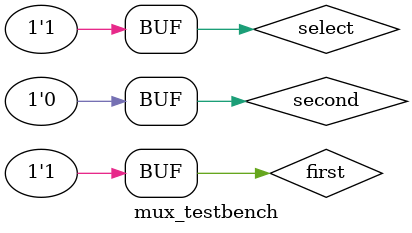
<source format=v>
`timescale 1ns / 1ps


module mux_testbench(

    );
    
    reg select, first, second;
    wire out;
    
    mux_2x1 m1(select, first, second);
    
    initial begin
    select = 0; first = 0; second = 0;
    
    #10
    first  = 1;
    #10
    second = 1;
    #10
    select = 1;
    #10
    first = 0;
    #10
    first = 1;
    second = 0;
    end
endmodule

</source>
